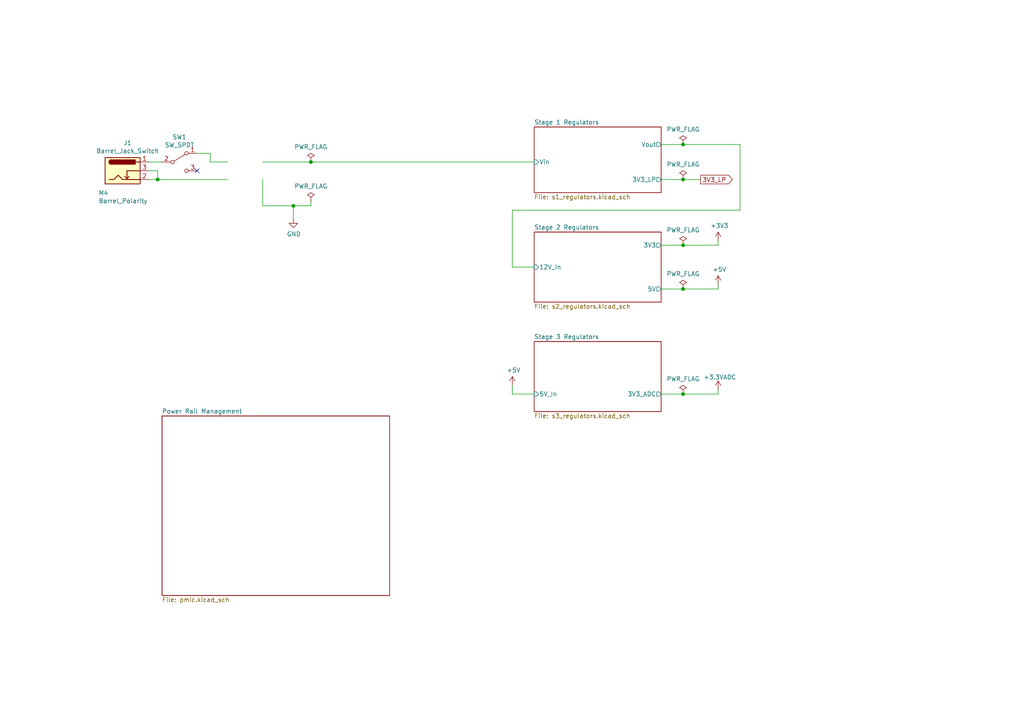
<source format=kicad_sch>
(kicad_sch (version 20210126) (generator eeschema)
  (paper "A4")
  (title_block (rev "DRAFT") (company "M0WUT"))
  (lib_symbols
    (symbol "Connector:Barrel_Jack_Switch" (pin_names hide)
      (property "Reference" "J" (at 0 5.334 0))
      (property "Value" "Barrel_Jack_Switch" (at 0 -5.08 0))
      (symbol "Barrel_Jack_Switch_0_1"
        (arc (start -3.302 3.175) (end -3.302 1.905) (radius (at -3.302 2.54) (length 0.635) (angles 90.1 -90.1)) (stroke (width 0.254)))
        (arc (start -3.302 3.175) (end -3.302 1.905) (radius (at -3.302 2.54) (length 0.635) (angles 90.1 -90.1)) (stroke (width 0.254)) (fill (type outline)))
        (rectangle (start 3.683 3.175) (end -3.302 1.905) (stroke (width 0.254)) (fill (type outline)))
        (rectangle (start -5.08 3.81) (end 5.08 -3.81) (stroke (width 0.254)) (fill (type background)))
        (polyline (pts (xy 1.27 -2.286) (xy 1.905 -1.651)) (stroke (width 0.254)))
        (polyline (pts (xy 5.08 2.54) (xy 3.81 2.54)) (stroke (width 0.254)))
        (polyline (pts (xy 5.08 0) (xy 1.27 0) (xy 1.27 -2.286) (xy 0.635 -1.651)) (stroke (width 0.254)))
        (polyline (pts (xy -3.81 -2.54) (xy -2.54 -2.54) (xy -1.27 -1.27) (xy 0 -2.54) (xy 2.54 -2.54) (xy 5.08 -2.54)) (stroke (width 0.254)))
      )
      (symbol "Barrel_Jack_Switch_1_1"
        (pin passive line (at 7.62 2.54 180) (length 2.54) (name "~") (number "1"))
        (pin passive line (at 7.62 -2.54 180) (length 2.54) (name "~") (number "2"))
        (pin passive line (at 7.62 0 180) (length 2.54) (name "~") (number "3"))
      )
    )
    (symbol "Misc_WUT:Barrel_Polarity" (pin_names (offset 1.016))
      (property "Reference" "M" (at 0 1.27 0))
      (property "Value" "Barrel_Polarity" (at 0 -1.27 0))
    )
    (symbol "Switch:SW_SPDT" (pin_names (offset 0) hide)
      (property "Reference" "SW" (at 0 4.318 0))
      (property "Value" "SW_SPDT" (at 0 -5.08 0))
      (symbol "SW_SPDT_0_0"
        (circle (center -2.032 0) (radius 0.508))
        (circle (center 2.032 -2.54) (radius 0.508))
      )
      (symbol "SW_SPDT_0_1"
        (circle (center 2.032 2.54) (radius 0.508))
        (polyline (pts (xy -1.524 0.254) (xy 1.651 2.286)))
      )
      (symbol "SW_SPDT_1_1"
        (pin passive line (at 5.08 2.54 180) (length 2.54) (name "A") (number "1"))
        (pin passive line (at -5.08 0 0) (length 2.54) (name "B") (number "2"))
        (pin passive line (at 5.08 -2.54 180) (length 2.54) (name "C") (number "3"))
      )
    )
    (symbol "power:+3.3VADC" (power) (pin_names (offset 0))
      (property "Value" "+3.3VADC" (at 0 2.54 0))
      (symbol "+3.3VADC_0_0"
        (pin power_in line (at 0 0 90) (length 0) hide (name "+3.3VADC") (number "1"))
      )
      (symbol "+3.3VADC_0_1"
        (polyline (pts (xy -0.762 1.27) (xy 0 2.54)))
        (polyline (pts (xy 0 0) (xy 0 2.54)))
        (polyline (pts (xy 0 2.54) (xy 0.762 1.27)))
      )
    )
    (symbol "power:+3V3" (power) (pin_names (offset 0))
      (property "Value" "+3V3" (at 0 3.556 0))
      (symbol "+3V3_0_1"
        (polyline (pts (xy -0.762 1.27) (xy 0 2.54)))
        (polyline (pts (xy 0 0) (xy 0 2.54)))
        (polyline (pts (xy 0 2.54) (xy 0.762 1.27)))
      )
      (symbol "+3V3_1_1"
        (pin power_in line (at 0 0 90) (length 0) hide (name "+3V3") (number "1"))
      )
    )
    (symbol "power:+5V" (power) (pin_names (offset 0))
      (property "Value" "+5V" (at 0 3.556 0))
      (symbol "+5V_0_1"
        (polyline (pts (xy -0.762 1.27) (xy 0 2.54)))
        (polyline (pts (xy 0 0) (xy 0 2.54)))
        (polyline (pts (xy 0 2.54) (xy 0.762 1.27)))
      )
      (symbol "+5V_1_1"
        (pin power_in line (at 0 0 90) (length 0) hide (name "+5V") (number "1"))
      )
    )
    (symbol "power:GND" (power) (pin_names (offset 0))
      (property "Value" "GND" (at 0 -3.81 0))
      (symbol "GND_0_1"
        (polyline (pts (xy 0 0) (xy 0 -1.27) (xy 1.27 -1.27) (xy 0 -2.54) (xy -1.27 -1.27) (xy 0 -1.27)))
      )
      (symbol "GND_1_1"
        (pin power_in line (at 0 0 270) (length 0) hide (name "GND") (number "1"))
      )
    )
    (symbol "power:PWR_FLAG" (power) (pin_numbers hide) (pin_names (offset 0) hide)
      (property "Value" "PWR_FLAG" (at 0 3.81 0))
      (symbol "PWR_FLAG_0_0"
        (pin power_out line (at 0 0 90) (length 0) (name "pwr") (number "1"))
      )
      (symbol "PWR_FLAG_0_1"
        (polyline (pts (xy 0 0) (xy 0 1.27) (xy -1.016 1.905) (xy 0 2.54) (xy 1.016 1.905) (xy 0 1.27)))
      )
    )
  )
  (junction (at 45.72 52.07) (diameter 0.9144))
  (junction (at 85.09 59.69) (diameter 0.9144))
  (junction (at 90.17 46.99) (diameter 0.9144))
  (junction (at 198.12 41.91) (diameter 0.9144))
  (junction (at 198.12 52.07) (diameter 0.9144))
  (junction (at 198.12 71.12) (diameter 0.9144))
  (junction (at 198.12 83.82) (diameter 0.9144))
  (junction (at 198.12 114.3) (diameter 0.9144))
  (no_connect (at 57.15 49.53))
  (wire (pts (xy 43.18 46.99) (xy 46.99 46.99)))
  (wire (pts (xy 43.18 49.53) (xy 45.72 49.53)))
  (wire (pts (xy 43.18 52.07) (xy 45.72 52.07)))
  (wire (pts (xy 45.72 49.53) (xy 45.72 52.07)))
  (wire (pts (xy 45.72 52.07) (xy 66.04 52.07)))
  (wire (pts (xy 57.15 44.45) (xy 60.96 44.45)))
  (wire (pts (xy 60.96 44.45) (xy 60.96 46.99)))
  (wire (pts (xy 60.96 46.99) (xy 66.04 46.99)))
  (wire (pts (xy 76.2 46.99) (xy 90.17 46.99)))
  (wire (pts (xy 76.2 59.69) (xy 76.2 52.07)))
  (wire (pts (xy 85.09 59.69) (xy 76.2 59.69)))
  (wire (pts (xy 85.09 59.69) (xy 85.09 63.5)))
  (wire (pts (xy 85.09 59.69) (xy 90.17 59.69)))
  (wire (pts (xy 90.17 46.99) (xy 154.94 46.99)))
  (wire (pts (xy 90.17 59.69) (xy 90.17 58.42)))
  (wire (pts (xy 148.59 60.96) (xy 148.59 77.47)))
  (wire (pts (xy 148.59 77.47) (xy 154.94 77.47)))
  (wire (pts (xy 148.59 114.3) (xy 148.59 111.76)))
  (wire (pts (xy 154.94 114.3) (xy 148.59 114.3)))
  (wire (pts (xy 191.77 52.07) (xy 198.12 52.07)))
  (wire (pts (xy 191.77 71.12) (xy 198.12 71.12)))
  (wire (pts (xy 191.77 83.82) (xy 198.12 83.82)))
  (wire (pts (xy 191.77 114.3) (xy 198.12 114.3)))
  (wire (pts (xy 198.12 41.91) (xy 191.77 41.91)))
  (wire (pts (xy 198.12 41.91) (xy 214.63 41.91)))
  (wire (pts (xy 198.12 52.07) (xy 203.2 52.07)))
  (wire (pts (xy 198.12 71.12) (xy 208.28 71.12)))
  (wire (pts (xy 198.12 83.82) (xy 208.28 83.82)))
  (wire (pts (xy 198.12 114.3) (xy 208.28 114.3)))
  (wire (pts (xy 208.28 71.12) (xy 208.28 69.85)))
  (wire (pts (xy 208.28 83.82) (xy 208.28 82.55)))
  (wire (pts (xy 208.28 114.3) (xy 208.28 113.03)))
  (wire (pts (xy 214.63 41.91) (xy 214.63 60.96)))
  (wire (pts (xy 214.63 60.96) (xy 148.59 60.96)))
  (global_label "3V3_LP" (shape output) (at 203.2 52.07 0) (property "Intersheet References" "${INTERSHEET_REFS}" (effects hide)))
  (symbol (lib_id "Misc_WUT:Barrel_Polarity") (at 27.94 57.15 0) (unit 1)
    (property "Reference" "M4" (at 28.575 55.9816 0) (effects (justify left)))
    (property "Value" "Barrel_Polarity" (at 28.575 58.293 0) (effects (justify left)))
    (property "Footprint" "Misc_WUT:Barrel_Polarity" (effects hide))
  )
  (symbol (lib_id "power:+5V") (at 148.59 111.76 0) (unit 1)
    (property "Reference" "#PWR05" (effects hide))
    (property "Value" "+5V" (at 148.971 107.3658 0))
  )
  (symbol (lib_id "power:+3V3") (at 208.28 69.85 0) (unit 1)
    (property "Reference" "#PWR03" (effects hide))
    (property "Value" "+3V3" (at 208.661 65.4558 0))
  )
  (symbol (lib_id "power:+5V") (at 208.28 82.55 0) (unit 1)
    (property "Reference" "#PWR04" (effects hide))
    (property "Value" "+5V" (at 208.661 78.1558 0))
  )
  (symbol (lib_id "power:+3.3VADC") (at 208.28 113.03 0) (unit 1)
    (property "Reference" "#PWR06" (effects hide))
    (property "Value" "+3.3VADC" (at 208.788 109.3978 0))
  )
  (symbol (lib_id "power:PWR_FLAG") (at 90.17 46.99 0) (unit 1)
    (property "Reference" "#FLG02" (effects hide))
    (property "Value" "PWR_FLAG" (at 90.17 42.5958 0))
  )
  (symbol (lib_id "power:PWR_FLAG") (at 90.17 58.42 0) (unit 1)
    (property "Reference" "#FLG04" (effects hide))
    (property "Value" "PWR_FLAG" (at 90.17 54.0258 0))
  )
  (symbol (lib_id "power:PWR_FLAG") (at 198.12 41.91 0) (unit 1)
    (property "Reference" "#FLG01" (effects hide))
    (property "Value" "PWR_FLAG" (at 198.12 37.5158 0))
  )
  (symbol (lib_id "power:PWR_FLAG") (at 198.12 52.07 0) (unit 1)
    (property "Reference" "#FLG03" (effects hide))
    (property "Value" "PWR_FLAG" (at 198.12 47.6758 0))
  )
  (symbol (lib_id "power:PWR_FLAG") (at 198.12 71.12 0) (unit 1)
    (property "Reference" "#FLG05" (effects hide))
    (property "Value" "PWR_FLAG" (at 198.12 66.7258 0))
  )
  (symbol (lib_id "power:PWR_FLAG") (at 198.12 83.82 0) (unit 1)
    (property "Reference" "#FLG06" (effects hide))
    (property "Value" "PWR_FLAG" (at 198.12 79.4258 0))
  )
  (symbol (lib_id "power:PWR_FLAG") (at 198.12 114.3 0) (unit 1)
    (property "Reference" "#FLG07" (effects hide))
    (property "Value" "PWR_FLAG" (at 198.12 109.9058 0))
  )
  (symbol (lib_id "power:GND") (at 85.09 63.5 0) (unit 1)
    (property "Reference" "#PWR02" (effects hide))
    (property "Value" "GND" (at 85.217 67.8942 0))
  )
  (symbol (lib_id "Switch:SW_SPDT") (at 52.07 46.99 0) (unit 1)
    (property "Reference" "SW1" (at 52.07 39.751 0))
    (property "Value" "SW_SPDT" (at 52.07 42.0624 0))
    (property "Footprint" "Switch_WUT:C+K_Slide_SPDT_S102031MS02Q_TH" (effects hide))
  )
  (symbol (lib_id "Device:EMI_Filter_CommonMode") (at 71.12 49.53 0) (unit 1)
    (property "Reference" "FL1" (at 71.12 40.64 0))
    (property "Value" "ACM7060-301-2PL-TL01" (at 71.12 43.18 0))
    (property "Footprint" "Inductor_WUT:TDK_ACM7060-301-2PL-TL01" (effects hide))
  )
  (symbol (lib_id "Connector:Barrel_Jack_Switch") (at 35.56 49.53 0) (unit 1)
    (property "Reference" "J1" (at 37.0078 41.4782 0))
    (property "Value" "Barrel_Jack_Switch" (at 37.0078 43.7896 0))
    (property "Footprint" "Connector_WUT:Barrel-Jack_Cliff_FC681478_TH" (effects hide))
  )
  (sheet (at 46.99 120.65) (size 66.04 52.07)
    (property "Sheet name" "Power Rail Management" (at 46.99 120.0145 0) (effects (justify left bottom)))
    (property "Sheet file" "pmic.kicad_sch" (at 46.99 173.2285 0) (effects (justify left top)))
  )
  (sheet (at 154.94 36.83) (size 36.83 19.05)
    (property "Sheet name" "Stage 1 Regulators" (at 154.94 36.1945 0) (effects (justify left bottom)))
    (property "Sheet file" "s1_regulators.kicad_sch" (at 154.94 56.3885 0) (effects (justify left top)))
    (pin "Vin" input (at 154.94 46.99 180))
    (pin "3V3_LP" output (at 191.77 52.07 0))
    (pin "Vout" output (at 191.77 41.91 0))
  )
  (sheet (at 154.94 67.31) (size 36.83 20.32)
    (property "Sheet name" "Stage 2 Regulators" (at 154.94 66.6745 0) (effects (justify left bottom)))
    (property "Sheet file" "s2_regulators.kicad_sch" (at 154.94 88.1385 0) (effects (justify left top)))
    (pin "3V3" output (at 191.77 71.12 0))
    (pin "5V" output (at 191.77 83.82 0))
    (pin "12V_In" input (at 154.94 77.47 180))
  )
  (sheet (at 154.94 99.06) (size 36.83 20.32)
    (property "Sheet name" "Stage 3 Regulators" (at 154.94 98.4245 0) (effects (justify left bottom)))
    (property "Sheet file" "s3_regulators.kicad_sch" (at 154.94 119.8885 0) (effects (justify left top)))
    (pin "5V_In" input (at 154.94 114.3 180))
    (pin "3V3_ADC" output (at 191.77 114.3 0))
  )
)
</source>
